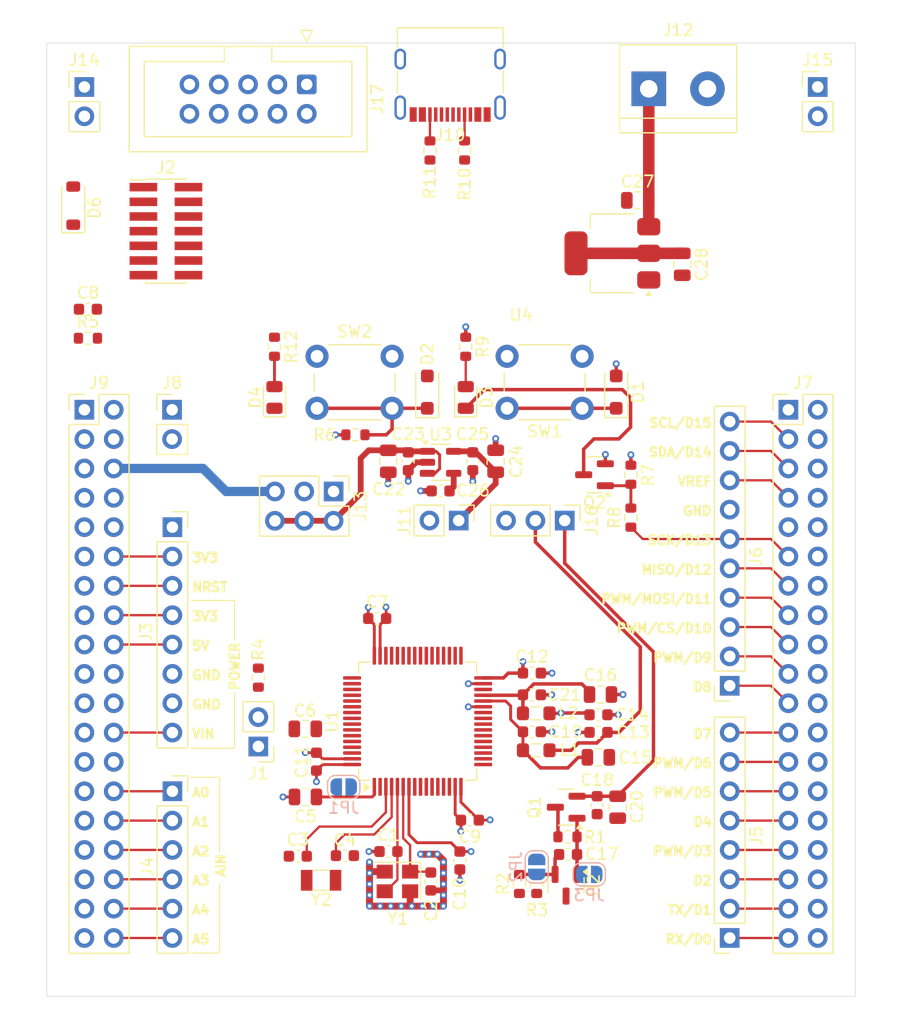
<source format=kicad_pcb>
(kicad_pcb (version 20240108) (generator "pcbnew") (generator_version "8.0")
  (layers (0 "F.Cu" signal) (1 "In1.Cu" signal) (2 "In2.Cu" signal) (31 "B.Cu" signal) (34 "B.Paste" user) (35 "F.Paste" user) (36 "B.SilkS" user "B.Silkscreen") (37 "F.SilkS" user "F.Silkscreen") (38 "B.Mask" user) (39 "F.Mask" user) (44 "Edge.Cuts" user))
  (net 0 "")
  (net 1 "/MCU/OSC_IN")
  (net 2 "GND")
  (net 3 "/MCU/OSC_OUT")
  (net 4 "/MCU/OSC32_IN")
  (net 5 "/MCU/OSC32_OUT")
  (net 6 "+3V3")
  (net 7 "/MCU/VBAT")
  (net 8 "+VDDREF")
  (net 9 "+VDDA")
  (net 10 "/MCU/BTN_USER")
  (net 11 "Net-(Q1-B)")
  (net 12 "Net-(JP3-A)")
  (net 13 "+VREF")
  (net 14 "/IO/PB8")
  (net 15 "Net-(J16-Pin_2)")
  (net 16 "+5V")
  (net 17 "Net-(J11-Pin_1)")
  (net 18 "Net-(U3-BP)")
  (net 19 "+VIN")
  (net 20 "+5V_VIN")
  (net 21 "Net-(D2-K)")
  (net 22 "Net-(D3-A)")
  (net 23 "Net-(D3-K)")
  (net 24 "Net-(D4-A)")
  (net 25 "/IO/PA3")
  (net 26 "/IO/PC10")
  (net 27 "/IO/NRST")
  (net 29 "Net-(J3-Pin_4)")
  (net 30 "Net-(J3-Pin_8)")
  (net 31 "Net-(J3-Pin_5)")
  (net 32 "Net-(J3-Pin_2)")
  (net 33 "/IO/PA0")
  (net 34 "/IO/PC0")
  (net 35 "/IO/PB0")
  (net 36 "/IO/PC1")
  (net 37 "/IO/PA4")
  (net 38 "/IO/PA1")
  (net 39 "/IO/PB4")
  (net 40 "/IO/PB5")
  (net 41 "Net-(J5-Pin_2)")
  (net 42 "/IO/PA10")
  (net 43 "/IO/PA8")
  (net 44 "/IO/PB10")
  (net 45 "/IO/PB3")
  (net 46 "Net-(J5-Pin_1)")
  (net 47 "/IO/PA7")
  (net 48 "/IO/PA9")
  (net 49 "Net-(J6-Pin_10)")
  (net 50 "/IO/PB6")
  (net 51 "/IO/PA6")
  (net 52 "/IO/PB9")
  (net 53 "/IO/PA5")
  (net 54 "/IO/PC7")
  (net 56 "/IO/PB15")
  (net 57 "/IO/PA11")
  (net 58 "/IO/PB2")
  (net 60 "/IO/PC5")
  (net 61 "/IO/PB11")
  (net 62 "/IO/PA12")
  (net 63 "/IO/PC6")
  (net 66 "/IO/PB13")
  (net 67 "/IO/PC4")
  (net 68 "/IO/PB1")
  (net 69 "/IO/PC9")
  (net 70 "/IO/PB12")
  (net 71 "/IO/PB14")
  (net 72 "/IO/PC8")
  (net 80 "/IO/BOOT")
  (net 81 "/IO/PA2")
  (net 82 "/IO/PA14")
  (net 83 "/IO/PC11")
  (net 85 "/IO/PA15")
  (net 87 "/IO/PC13")
  (net 89 "/IO/PA13")
  (net 90 "/IO/PC12")
  (net 91 "/IO/PC2")
  (net 92 "/IO/PB7")
  (net 93 "/IO/PF0")
  (net 95 "/IO/PC3")
  (net 96 "/IO/PC14")
  (net 97 "/IO/PF1")
  (net 99 "/IO/PD2")
  (net 100 "/IO/PC15")
  (net 102 "+5V_USB_IN")
  (net 107 "Net-(J10-CC1)")
  (net 108 "Net-(J10-CC2)")
  (net 111 "+5V_EXT")
  (net 112 "Net-(JP2-B)")
  (net 113 "Net-(Q2-B)")
  (net 115 "Net-(D6-A)")
  (net 116 "/MCU/SWCLK")
  (net 117 "/MCU/SWDIO")
  (footprint "Button_Switch_THT:SW_PUSH_6mm_H5mm" (layer "F.Cu") (at 148.5126 90.261 180)
    (property "Reference" "SW1")
    (property "Value" "SW_Push")
  )
  (footprint "MountingHole:MountingHole_3.2mm_M3" (layer "F.Cu") (at 146.8374 138.5316)
    (property "Reference" "H1" (hide yes))
    (property "Value" "MountingHole")
  )
  (footprint "Capacitor_SMD:C_0603_1608Metric" (layer "F.Cu") (at 139.0396 94.849 -90)
    (property "Reference" "C25")
    (property "Value" "100n")
  )
  (footprint "Capacitor_SMD:C_0603_1608Metric" (layer "F.Cu") (at 138.7894 125.9078 180)
    (property "Reference" "C9")
    (property "Value" "100n")
  )
  (footprint "Capacitor_SMD:C_0603_1608Metric" (layer "F.Cu") (at 133.4516 94.849 -90)
    (property "Reference" "C23")
    (property "Value" "100n")
  )
  (footprint "Package_TO_SOT_SMD:SOT-23-5" (layer "F.Cu") (at 136.2511 94.9365)
    (property "Reference" "U3")
    (property "Value" "SPX3819M5-L-3-3")
  )
  (footprint "Resistor_SMD:R_0603_1608Metric" (layer "F.Cu") (at 138.3318 67.945 -90)
    (property "Reference" "R10")
    (property "Value" "5K1")
  )
  (footprint "Resistor_SMD:R_0603_1608Metric" (layer "F.Cu") (at 144.5768 131.4318 -90)
    (property "Reference" "R3")
    (property "Value" "33K 0.5%")
  )
  (footprint "Capacitor_SMD:C_0805_2012Metric" (layer "F.Cu") (at 124.5362 118.0084 180)
    (property "Reference" "C6")
    (property "Value" "4.7u")
  )
  (footprint "Resistor_SMD:R_0603_1608Metric" (layer "F.Cu") (at 138.43 84.936 90)
    (property "Reference" "R9")
    (property "Value" "510")
  )
  (footprint "Connector_PinHeader_2.54mm:PinHeader_2x19_P2.54mm_Vertical" (layer "F.Cu") (at 105.4088 90.3886)
    (property "Reference" "J9")
    (property "Value" "Conn_02x19_Odd_Even")
  )
  (footprint "Capacitor_SMD:C_0603_1608Metric" (layer "F.Cu") (at 123.8888 129.032)
    (property "Reference" "C3")
    (property "Value" "22p")
  )
  (footprint "Resistor_SMD:R_0603_1608Metric" (layer "F.Cu") (at 128.8796 92.5576 180)
    (property "Reference" "R6")
    (property "Value" "100K")
  )
  (footprint "Package_TO_SOT_SMD:SOT-23" (layer "F.Cu") (at 149.5806 96.012 180)
    (property "Reference" "Q2")
    (property "Value" "MMBT2222A")
  )
  (footprint "Capacitor_SMD:C_0805_2012Metric" (layer "F.Cu") (at 149.9108 120.4722)
    (property "Reference" "C15")
    (property "Value" "1u")
  )
  (footprint "Capacitor_SMD:C_0805_2012Metric" (layer "F.Cu") (at 124.5514 123.9012 180)
    (property "Reference" "C5")
    (property "Value" "1u")
  )
  (footprint "Capacitor_SMD:C_0603_1608Metric" (layer "F.Cu") (at 149.8092 124.6152 90)
    (property "Reference" "C18")
    (property "Value" "100n")
  )
  (footprint "MountingHole:MountingHole_3.2mm_M3" (layer "F.Cu") (at 161.3138 85.1408)
    (property "Reference" "H3" (hide yes))
    (property "Value" "MountingHole")
  )
  (footprint "Connector_PinHeader_2.54mm:PinHeader_2x19_P2.54mm_Vertical" (layer "F.Cu") (at 166.3688 90.3886)
    (property "Reference" "J7")
    (property "Value" "Conn_02x19_Odd_Even")
  )
  (footprint "Capacitor_SMD:C_0603_1608Metric" (layer "F.Cu") (at 127.9652 128.9812 180)
    (property "Reference" "C4")
    (property "Value" "22p")
  )
  (footprint "Crystal:Crystal_SMD_3225-4Pin_3.2x2.5mm" (layer "F.Cu") (at 132.5144 131.2164 180)
    (property "Reference" "Y1")
    (property "Value" "24MHz")
  )
  (footprint "Resistor_SMD:R_0603_1608Metric" (layer "F.Cu") (at 135.3318 67.945 -90)
    (property "Reference" "R11")
    (property "Value" "5K1")
  )
  (footprint "Connector_PinHeader_2.54mm:PinHeader_1x02_P2.54mm_Vertical" (layer "F.Cu") (at 105.4088 62.4486)
    (property "Reference" "J14")
    (property "Value" "Conn_01x02")
  )
  (footprint "Capacitor_SMD:C_0603_1608Metric" (layer "F.Cu") (at 135.4074 131.2164 90)
    (property "Reference" "C2")
    (property "Value" "22p")
  )
  (footprint "Inductor_SMD:L_0805_2012Metric_Pad1.05x1.20mm_HandSolder" (layer "F.Cu") (at 144.533 116.6622 180)
    (property "Reference" "L2")
    (property "Value" "600R@100MHz")
  )
  (footprint "Capacitor_SMD:C_0603_1608Metric" (layer "F.Cu") (at 125.5014 120.848 90)
    (property "Reference" "C11")
    (property "Value" "100n")
  )
  (footprint "Capacitor_SMD:C_0603_1608Metric" (layer "F.Cu") (at 136.2511 97.4144 180)
    (property "Reference" "C26")
    (property "Value" "10n")
  )
  (footprint "Capacitor_SMD:C_0603_1608Metric" (layer "F.Cu") (at 144.158 113.1824)
    (property "Reference" "C12")
    (property "Value" "100n")
  )
  (footprint "Capacitor_SMD:C_0603_1608Metric" (layer "F.Cu") (at 149.9238 118.3132 180)
    (property "Reference" "C13")
    (property "Value" "100n")
  )
  (footprint "Capacitor_SMD:C_0805_2012Metric" (layer "F.Cu") (at 151.5872 124.7902 -90)
    (property "Reference" "C20")
    (property "Value" "10u")
  )
  (footprint "Resistor_SMD:R_0603_1608Metric" (layer "F.Cu") (at 152.7302 99.7236 90)
    (property "Reference" "R8")
    (property "Value" "47K")
  )
  (footprint "Resistor_SMD:R_0603_1608Metric" (layer "F.Cu") (at 143.0782 131.4318 90)
    (property "Reference" "R2")
    (property "Value" "10K 0.5%")
  )
  (footprint "Resistor_SMD:R_0603_1608Metric" (layer "F.Cu") (at 105.7148 84.1964)
    (property "Reference" "R5")
    (property "Value" "330")
  )
  (footprint "Diode_SMD:D_SOD-123F" (layer "F.Cu") (at 135.1026 88.861 90)
    (property "Reference" "D2")
    (property "Value" "ESDALC6V1")
  )
  (footprint "Capacitor_SMD:C_0603_1608Metric" (layer "F.Cu") (at 149.9238 116.7892)
    (property "Reference" "C14")
    (property "Value" "100n")
  )
  (footprint "Capacitor_SMD:C_0805_2012Metric" (layer "F.Cu") (at 157.1752 77.799 -90)
    (property "Reference" "C28")
    (property "Value" "22u")
  )
  (footprint "TerminalBlock:TerminalBlock_bornier-2_P5.08mm" (layer "F.Cu") (at 154.2796 62.611)
    (property "Reference" "J12")
    (property "Value" "EXT_PWR")
  )
  (footprint "Diode_SMD:D_SOD-123" (layer "F.Cu") (at 104.4448 72.7202 90)
    (property "Reference" "D6")
    (property "Value" "MBR0520")
  )
  (footprint "Resistor_SMD:R_0603_1608Metric" (layer "F.Cu") (at 147.2417 127.3556)
    (property "Reference" "R1")
    (property "Value" "180")
  )
  (footprint "Capacitor_SMD:C_0603_1608Metric" (layer "F.Cu") (at 147.2917 128.8796 180)
    (property "Reference" "C17")
    (property "Value" "100p")
  )
  (footprint "Connector_PinHeader_2.54mm:PinHeader_1x02_P2.54mm_Vertical" (layer "F.Cu") (at 120.4722 119.5324 180)
    (property "Reference" "J1")
    (property "Value" "Conn_01x02")
  )
  (footprint "Capacitor_SMD:C_0603_1608Metric" (layer "F.Cu") (at 144.158 115.062)
    (property "Reference" "C21")
    (property "Value" "100n")
  )
  (footprint "Package_QFP:LQFP-64_10x10mm_P0.5mm" (layer "F.Cu") (at 134.2644 117.348 90)
    (property "Reference" "U1")
    (property "Value" "STM32G474RETx")
  )
  (footprint "Capacitor_SMD:C_0805_2012Metric" (layer "F.Cu") (at 153.3296 72.2637 180)
    (property "Reference" "C27")
    (property "Value" "10u")
  )
  (footprint "Connector_PinSocket_2.54mm:PinSocket_1x08_P2.54mm_Vertical" (layer "F.Cu") (at 161.2888 136.1086 180)
    (property "Reference" "J5")
    (property "Value" "Conn_01x08")
  )
  (footprint "MountingHole:MountingHole_3.2mm_M3" (layer "F.Cu") (at 123.1646 138.2776)
    (property "Reference" "H2" (hide yes))
    (property "Value" "MountingHole")
  )
  (footprint "Capacitor_SMD:C_0603_1608Metric" (layer "F.Cu") (at 131.7394 128.6256)
    (property "Reference" "C1")
    (property "Value" "22p")
  )
  (footprint "Capacitor_SMD:C_0805_2012Metric" (layer "F.Cu") (at 150.0988 115.0366)
    (property "Reference" "C16")
    (property "Value" "1u")
  )
  (footprint "Connector_PinHeader_2.54mm:PinHeader_1x02_P2.54mm_Vertical" (layer "F.Cu") (at 113.0038 90.3886)
    (property "Reference" "J8")
    (property "Value" "Conn_01x02")
  )
  (footprint "Connector_PinHeader_2.54mm:PinHeader_1x03_P2.54mm_Vertical" (layer "F.Cu") (at 147.0002 99.9744 -90)
    (property "Reference" "J16")
    (property "Value" "Conn_01x03")
  )
  (footprint "Package_TO_SOT_SMD:SOT-23" (layer "F.Cu") (at 147.1292 124.7902 180)
    (property "Reference" "Q1")
    (property "Value" "MMBT2222A")
  )
  (footprint "Connector_PinHeader_2.54mm:PinHeader_1x02_P2.54mm_Vertical" (layer "F.Cu") (at 137.8254 99.9744 -90)
    (property "Reference" "J11")
    (property "Value" "Conn_01x02")
  )
  (footprint "Capacitor_SMD:C_0603_1608Metric" (layer "F.Cu") (at 105.7148 81.6864)
    (property "Reference" "C8")
    (property "Value" "100n")
  )
  (footprint "Package_TO_SOT_SMD:SOT-223-3_TabPin2" (layer "F.Cu") (at 151.1296 76.849 180)
    (property "Reference" "U4")
    (property "Value" "AMS1117-5.0")
  )
  (footprint "Capacitor_SMD:C_0805_2012Metric" (layer "F.Cu") (at 141.0208 94.8436 90)
    (property "Reference" "C24")
    (property "Value" "2u2")
  )
  (footprint "Capacitor_SMD:C_0603_1608Metric" (layer "F.Cu") (at 130.7644 108.458)
    (property "Reference" "C7")
    (property "Value" "100n")
  )
  (footprint "Resistor_SMD:R_0603_1608Metric" (layer "F.Cu") (at 121.8692 84.936 -90)
    (property "Reference" "R12")
    (property "Value" "510K")
  )
  (footprint "Resistor_SMD:R_0603_1608Metric" (layer "F.Cu") (at 152.7302 96.012 90)
    (property "Reference" "R7")
    (property "Value" "100K")
  )
  (footprint "Connector_PinHeader_2.54mm:PinHeader_1x02_P2.54mm_Vertical" (layer "F.Cu") (at 168.9088 62.4486)
    (property "Reference" "J15")
    (property "Value" "Conn_01x02")
  )
  (footprint "Connector_PinSocket_2.54mm:PinSocket_1x06_P2.54mm_Vertical" (layer "F.Cu") (at 113.0288 123.4086)
    (property "Reference" "J4")
    (property "Value" "Conn_01x06")
  )
  (footprint "Capacitor_SMD:C_0603_1608Metric" (layer "F.Cu") (at 144.158 118.2624)
    (property "Reference" "C19")
    (property "Value" "100n")
  )
  (footprint "MountingHole:MountingHole_3.2mm_M3" (layer "F.Cu") (at 113.0038 84.8614)
    (property "Reference" "H4" (hide yes))
    (property "Value" "MountingHole")
  )
  (footprint "Connector_PinSocket_2.54mm:PinSocket_1x08_P2.54mm_Vertical" (layer "F.Cu") (at 113.0288 100.5486)
    (property "Reference" "J3")
    (property "Value" "Conn_01x08")
  )
  (footprint "Connector_USB:USB_C_Receptacle_G-Switch_GT-USB-7010ASV" (layer "F.Cu") (at 137.0818 61.1116 180)
    (property "Reference" "J10")
    (property "Value" "USB_C_Receptacle_USB2.0_16P")
  )
  (footprint "LED_SMD:LED_0805_2012Metric" (layer "F.Cu") (at 138.43 89.3235 90)
    (property "Reference" "D3")
    (property "Value" "RED")
  )
  (footprint "Crystal:Crystal_SMD_3215-2Pin_3.2x1.5mm" (layer "F.Cu") (at 125.9078 131.1148)
    (property "Reference" "Y2")
    (property "Value" "32.768KHz")
  )
  (footprint "LED_SMD:LED_0805_2012Metric" (layer "F.Cu") (at 121.8692 89.3235 90)
    (property "Reference" "D4")
    (property "Value" "GREEN")
  )
  (footprint "Connector_PinSocket_2.54mm:PinSocket_1x10_P2.54mm_Vertical" (layer "F.Cu") (at 161.2888 114.2746 180)
    (property "Reference" "J6")
    (property "Value" "Conn_01x10")
  )
  (footprint "Button_Switch_THT:SW_PUSH_6mm_H5mm" (layer "F.Cu") (at 132.0534 90.261 180)
    (property "Reference" "SW2")
    (property "Value" "SW_Push")
  )
  (footprint "Resistor_SMD:R_0603_1608Metric" (layer "F.Cu") (at 120.4722 113.5766 90)
    (property "Reference" "R4")
    (property "Value" "10K")
  )
  (footprint "Capacitor_SMD:C_0805_2012Metric" (layer "F.Cu") (at 131.7244 94.849 -90)
    (property "Reference" "C22")
    (property "Value" "1u")
  )
  (footprint "Package_TO_SOT_SMD:SOT-23" (layer "F.Cu") (at 147.1167 131.5443 -90)
    (property "Reference" "U2")
    (property "Value" "TL431DBZ")
  )
  (footprint "Connector_PinHeader_1.27mm:PinHeader_2x07_P1.27mm_Vertical_SMD" (layer "F.Cu") (at 112.4712 74.93)
    (property "Reference" "J2")
    (property "Value" "ST-LINK")
  )
  (footprint "Inductor_SMD:L_0805_2012Metric_Pad1.05x1.20mm_HandSolder" (layer "F.Cu") (at 144.533 119.8626 180)
    (property "Reference" "L1")
    (property "Value" "600R@100MHz")
  )
  (footprint "Capacitor_SMD:C_0603_1608Metric" (layer "F.Cu") (at 137.922 129.4006 -90)
    (property "Reference" "C10")
    (property "Value" "100n")
  )
  (footprint "Connector_PinHeader_2.54mm:PinHeader_2x03_P2.54mm_Vertical" (layer "F.Cu") (at 126.985 97.4598 -90)
    (property "Reference" "J13")
    (property "Value" "Conn_02x03_Odd_Even")
  )
  (footprint "Diode_SMD:D_SOD-123F" (layer "F.Cu") (at 151.4602 88.861 90)
    (property "Reference" "D1")
    (property "Value" "ESDALC6V1")
  )
  (footprint "Connector_IDC:IDC-Header_2x05_P2.54mm_Vertical" (layer "F.Cu") (at 124.6632 62.23 -90)
    (property "Reference" "J17")
    (property "Value" "Conn_02x05_Odd_Even")
  )
  (footprint "Jumper:SolderJumper-2_P1.3mm_Open_RoundedPad1.0x1.5mm" (layer "B.Cu") (at 149.1234 130.6068)
    (property "Reference" "JP3")
    (property "Value" "JMP")
  )
  (footprint "Jumper:SolderJumper-2_P1.3mm_Open_RoundedPad1.0x1.5mm" (layer "B.Cu") (at 144.5768 129.9568 -90)
    (property "Reference" "JP2")
    (property "Value" "JMP")
  )
  (footprint "Jumper:SolderJumper-2_P1.3mm_Open_RoundedPad1.0x1.5mm" (layer "B.Cu") (at 127.8636 123.0376)
    (property "Reference" "JP1")
    (property "Value" "JMP")
  )
  (gr_line (start 114.6048 122.1994) (end 117.1194 122.1994) (stroke (width 0.1)) (layer "F.SilkS"))
  (gr_line (start 117.1194 122.1994) (end 117.1194 128.651) (stroke (width 0.1)) (layer "F.SilkS"))
  (gr_line (start 118.4148 106.8986) (end 118.4148 110.3122) (stroke (width 0.1)) (layer "F.SilkS"))
  (gr_line (start 118.4148 119.6848) (end 118.4148 114.8588) (stroke (width 0.1)) (layer "F.SilkS"))
  (gr_line (start 117.1194 137.414) (end 117.1194 131.3942) (stroke (width 0.1)) (layer "F.SilkS"))
  (gr_line (start 114.6048 137.414) (end 117.1194 137.414) (stroke (width 0.1)) (layer "F.SilkS"))
  (gr_line (start 114.681 106.8986) (end 118.4148 106.8986) (stroke (width 0.1)) (layer "F.SilkS"))
  (gr_line (start 114.681 119.6848) (end 118.4148 119.6848) (stroke (width 0.1)) (layer "F.SilkS"))
  (gr_line (start 172.1588 58.6486) (end 172.1588 141.1486) (stroke (width 0.05)) (layer "Edge.Cuts"))
  (gr_line (start 102.1588 58.6486) (end 102.1588 141.1486) (stroke (width 0.05)) (layer "Edge.Cuts"))
  (gr_line (start 102.1588 58.6486) (end 172.1588 58.6486) (stroke (width 0.05)) (layer "Edge.Cuts"))
  (gr_line (start 102.1588 141.1486) (end 172.1588 141.1486) (stroke (width 0.05)) (layer "Edge.Cuts"))
  (gr_text "POWER" (at 118.8974 114.7572 90) (layer "F.SilkS") (effects (font (size 0.8 0.8) (thickness 0.2) (bold yes)) (justify left bottom)))
  (gr_text "PWM/D5" (at 154.546257 123.9896 0) (layer "F.SilkS") (effects (font (size 0.8 0.8) (thickness 0.2) (bold yes)) (justify left bottom)))
  (gr_text "D2" (at 158.012924 131.6096 0) (layer "F.SilkS") (effects (font (size 0.8 0.8) (thickness 0.2) (bold yes)) (justify left bottom)))
  (gr_text "MISO/D12" (at 153.517686 104.6956 0) (layer "F.SilkS") (effects (font (size 0.8 0.8) (thickness 0.2) (bold yes)) (justify left bottom)))
  (gr_text "AIN" (at 117.7036 130.9116 90) (layer "F.SilkS") (effects (font (size 0.8 0.8) (thickness 0.2) (bold yes)) (justify left bottom)))
  (gr_text "A3" (at 114.6302 131.6096 0) (layer "F.SilkS") (effects (font (size 0.8 0.8) (thickness 0.2) (bold yes)) (justify left bottom)))
  (gr_text "VIN" (at 114.6302 118.9096 0) (layer "F.SilkS") (effects (font (size 0.8 0.8) (thickness 0.2) (bold yes)) (justify left bottom)))
  (gr_text "PWM/D3" (at 154.546257 129.0696 0) (layer "F.SilkS") (effects (font (size 0.8 0.8) (thickness 0.2) (bold yes)) (justify left bottom)))
  (gr_text "A0" (at 114.6302 123.9896 0) (layer "F.SilkS") (effects (font (size 0.8 0.8) (thickness 0.2) (bold yes)) (justify left bottom)))
  (gr_text "D4" (at 158.012924 126.5296 0) (layer "F.SilkS") (effects (font (size 0.8 0.8) (thickness 0.2) (bold yes)) (justify left bottom)))
  (gr_text "GND" (at 114.6302 113.8296 0) (layer "F.SilkS") (effects (font (size 0.8 0.8) (thickness 0.2) (bold yes)) (justify left bottom)))
  (gr_text "A5" (at 114.6302 136.6896 0) (layer "F.SilkS") (effects (font (size 0.8 0.8) (thickness 0.2) (bold yes)) (justify left bottom)))
  (gr_text "A2" (at 114.6302 129.0696 0) (layer "F.SilkS") (effects (font (size 0.8 0.8) (thickness 0.2) (bold yes)) (justify left bottom)))
  (gr_text "SDA/D14" (at 154.165305 94.5356 0) (layer "F.SilkS") (effects (font (size 0.8 0.8) (thickness 0.2) (bold yes)) (justify left bottom)))
  (gr_text "3V3" (at 114.6302 103.6696 0) (layer "F.SilkS") (effects (font (size 0.8 0.8) (thickness 0.2) (bold yes)) (justify left bottom)))
  (gr_text "SCL/D15" (at 154.2034 91.9956 0) (layer "F.SilkS") (effects (font (size 0.8 0.8) (thickness 0.2) (bold yes)) (justify left bottom)))
  (gr_text "TX/D1" (at 155.8034 134.1496 0) (layer "F.SilkS") (effects (font (size 0.8 0.8) (thickness 0.2) (bold yes)) (justify left bottom)))
  (gr_text "D7" (at 158.012924 118.9096 0) (layer "F.SilkS") (effects (font (size 0.8 0.8) (thickness 0.2) (bold yes)) (justify left bottom)))
  (gr_text "VREF" (at 156.679591 97.0756 0) (layer "F.SilkS") (effects (font (size 0.8 0.8) (thickness 0.2) (bold yes)) (justify left bottom)))
  (gr_text "GND" (at 114.6302 116.3696 0) (layer "F.SilkS") (effects (font (size 0.8 0.8) (thickness 0.2) (bold yes)) (justify left bottom)))
  (gr_text "3V3" (at 114.6302 108.7496 0) (layer "F.SilkS") (effects (font (size 0.8 0.8) (thickness 0.2) (bold yes)) (justify left bottom)))
  (gr_text "5V" (at 114.6302 111.2896 0) (layer "F.SilkS") (effects (font (size 0.8 0.8) (thickness 0.2) (bold yes)) (justify left bottom)))
  (gr_text "NRST" (at 114.6302 106.2096 0) (layer "F.SilkS") (effects (font (size 0.8 0.8) (thickness 0.2) (bold yes)) (justify left bottom)))
  (gr_text "D8" (at 158.012924 114.8556 0) (layer "F.SilkS") (effects (font (size 0.8 0.8) (thickness 0.2) (bold yes)) (justify left bottom)))
  (gr_text "A1" (at 114.6302 126.5296 0) (layer "F.SilkS") (effects (font (size 0.8 0.8) (thickness 0.2) (bold yes)) (justify left bottom)))
  (gr_text "A4" (at 114.6302 134.1496 0) (layer "F.SilkS") (effects (font (size 0.8 0.8) (thickness 0.2) (bold yes)) (justify left bottom)))
  (gr_text "PWM/MOSI/D11" (at 150.051019 107.2356 0) (layer "F.SilkS") (effects (font (size 0.8 0.8) (thickness 0.2) (bold yes)) (justify left bottom)))
  (gr_text "PWM/D9" (at 154.546257 112.3156 0) (layer "F.SilkS") (effects (font (size 0.8 0.8) (thickness 0.2) (bold yes)) (justify left bottom)))
  (gr_text "GND" (at 157.136734 99.6156 0) (layer "F.SilkS") (effects (font (size 0.8 0.8) (thickness 0.2) (bold yes)) (justify left bottom)))
  (gr_text "PWM/CS/D10" (at 151.384352 109.7756 0) (layer "F.SilkS") (effects (font (size 0.8 0.8) (thickness 0.2) (bold yes)) (justify left bottom)))
  (gr_text "SCK/D13" (at 154.051019 102.1556 0) (layer "F.SilkS") (effects (font (size 0.8 0.8) (thickness 0.2) (bold yes)) (justify left bottom)))
  (gr_text "RX/D0" (at 155.612924 136.6896 0) (layer "F.SilkS") (effects (font (size 0.8 0.8) (thickness 0.2) (bold yes)) (justify left bottom)))
  (gr_text "PWM/D6" (at 154.546257 121.4496 0) (layer "F.SilkS") (effects (font (size 0.8 0.8) (thickness 0.2) (bold yes)) (justify left bottom)))
  (segment (start 131.5144 132.0664) (end 132.5144 131.0664) (width 0.2) (layer "F.Cu") (net 1))
  (segment (start 131.4144 132.0664) (end 131.5144 132.0664) (width 0.2) (layer "F.Cu") (net 1))
  (segment (start 132.5144 128.6256) (end 132.5144 123.023) (width 0.2) (layer "F.Cu") (net 1))
  (segment (start 132.5144 131.0664) (end 132.5144 128.6256) (width 0.2) (layer "F.Cu") (net 1))
  (segment (start 137.922 130.1756) (end 137.922 131.1148) (width 0.3) (layer "F.Cu") (net 2))
  (segment (start 128.5894 120.598) (end 126.0264 120.598) (width 0.25) (layer "F.Cu") (net 2))
  (segment (start 144.933 113.1824) (end 145.8976 113.1824) (width 0.3) (layer "F.Cu") (net 2))
  (segment (start 137.5144 123.023) (end 137.5144 125.4078) (width 0.25) (layer "F.Cu") (net 2))
  (segment (start 126.0264 120.598) (end 125.5014 120.073) (width 0.25) (layer "F.Cu") (net 2))
  (segment (start 135.4074 131.9914) (end 136.4358 131.9914) (width 0.5) (layer "F.Cu") (net 2))
  (segment (start 141.0208 93.8936) (end 141.0208 92.8878) (width 0.5) (layer "F.Cu") (net 2))
  (segment (start 139.9394 114.098) (end 138.6598 114.098) (width 0.25) (layer "F.Cu") (net 2))
  (segment (start 125.5014 120.073) (end 124.5434 120.073) (width 0.25) (layer "F.Cu") (net 2))
  (segment (start 144.933 115.062) (end 145.8722 115.062) (width 0.3) (layer "F.Cu") (net 2))
  (segment (start 138.0144 126.8568) (end 137.9982 126.873) (width 0.25) (layer "F.Cu") (net 2))
  (segment (start 150.5181 95.062) (end 150.5181 94.2617) (width 0.3) (layer "F.Cu") (net 2))
  (segment (start 150.6988 116.7892) (end 151.638 116.7892) (width 0.3) (layer "F.Cu") (net 2))
  (segment (start 138.6598 114.098) (end 138.6586 114.0968) (width 0.25) (layer "F.Cu") (net 2))
  (segment (start 152.7302 95.187) (end 152.7302 94.2848) (width 0.3) (layer "F.Cu") (net 2))
  (segment (start 131.7244 96.774) (end 131.699 96.7994) (width 0.5) (layer "F.Cu") (net 2))
  (segment (start 136.4996 129.3876) (end 135.9662 128.8542) (width 0.6) (layer "F.Cu") (net 2))
  (segment (start 138.0144 125.9078) (end 138.0144 126.8568) (width 0.25) (layer "F.Cu") (net 2))
  (segment (start 131.4144 130.3664) (end 130.2249 130.3664) (width 0.6) (layer "F.Cu") (net 2))
  (segment (start 139.9394 116.098) (end 138.664 116.098) (width 0.25) (layer "F.Cu") (net 2))
  (segment (start 151.4602 87.461) (end 151.4602 86.4108) (width 0.3) (layer "F.Cu") (net 2))
  (segment (start 136.4996 133.35) (end 136.4996 129.54) (width 0.6) (layer "F.Cu") (net 2))
  (segment (start 135.1136 94.9365) (end 134.1391 94.9365) (width 0.5) (layer "F.Cu") (net 2))
  (segment (start 144.933 118.2624) (end 145.8976 118.2624) (width 0.3) (layer "F.Cu") (net 2))
  (segment (start 136.4358 131.9914) (end 136.4996 131.9276) (width 0.5) (layer "F.Cu") (net 2))
  (segment (start 136.4996 131.9276) (end 136.4996 132.3975) (width 0.5) (layer "F.Cu") (net 2))
  (segment (start 130.0988 133.35) (end 136.4996 133.35) (width 0.6) (layer "F.Cu") (net 2))
  (segment (start 135.9662 128.8542) (end 134.5184 128.8542) (width 0.6) (layer "F.Cu") (net 2))
  (segment (start 133.6144 133.208) (end 133.7564 133.35) (width 0.6) (layer "F.Cu") (net 2))
  (segment (start 138.664 116.098) (end 138.6586 116.1034) (width 0.25) (layer "F.Cu") (net 2))
  (segment (start 136.4996 129.54) (end 136.4996 129.3876) (width 0.6) (layer "F.Cu") (net 2))
  (segment (start 124.5434 120.073) (end 124.5362 120.0658) (width 0.25) (layer "F.Cu") (net 2))
  (segment (start 133.4516 95.624) (end 133.4516 96.5708) (width 0.5) (layer "F.Cu") (net 2))
  (segment (start 135.4761 97.4144) (end 134.5238 97.4144) (width 0.5) (layer "F.Cu") (net 2))
  (segment (start 123.6014 123.9012) (end 122.6058 123.9012) (width 0.25) (layer "F.Cu") (net 2))
  (segment (start 139.0396 95.624) (end 139.0396 96.5962) (width 0.5) (layer "F.Cu") (net 2))
  (segment (start 130.0988 129.54) (end 130.0988 133.35) (width 0.6) (layer "F.Cu") (net 2))
  (segment (start 131.0144 111.673) (end 131.0144 108.983) (width 0.25) (layer "F.Cu") (net 2))
  (segment (start 131.0144 108.983) (end 131.5394 108.458) (width 0.25) (layer "F.Cu") (net 2))
  (segment (start 131.5394 108.458) (end 131.5394 107.4856) (width 0.25) (layer "F.Cu") (net 2))
  (segment (start 151.0488 115.0366) (end 152.0444 115.0366) (width 0.3) (layer "F.Cu") (net 2))
  (segment (start 134.5238 97.4144) (end 134.5184 97.409) (width 0.5) (layer "F.Cu") (net 2))
  (segment (start 131.7244 95.799) (end 131.7244 96.774) (width 0.5) (layer "F.Cu") (net 2))
  (segment (start 149.1488 118.3132) (end 148.1836 118.3132) (width 0.3) (layer "F.Cu") (net 2))
  (segment (start 131.5394 107.4856) (end 131.5212 107.4674) (width 0.25) (layer "F.Cu") (net 2))
  (segment (start 133.6144 132.0664) (end 133.6144 133.208) (width 0.6) (layer "F.Cu") (net 2))
  (segment (start 137.5144 125.4078) (end 138.0144 125.9078) (width 0.25) (layer "F.Cu") (net 2))
  (segment (start 134.1391 94.9365) (end 133.4516 95.624) (width 0.5) (layer "F.Cu") (net 2))
  (segment (start 150.5181 94.2617) (end 150.5204 94.2594) (width 0.3) (layer "F.Cu") (net 2))
  (segment (start 128.0546 92.5576) (end 127.1524 92.5576) (width 0.3) (layer "F.Cu") (net 2))
  (segment (start 130.9644 128.6256) (end 130.048 128.6256) (width 0.3) (layer "F.Cu") (net 2))
  (segment (start 130.2249 130.3664) (end 130.0988 130.4925) (width 0.6) (layer "F.Cu") (net 2))
  (via (at 130.0988 129.54) (size 0.6) (drill 0.3) (layers "F.Cu" "B.Cu") (net 2))
  (via (at 130.0988 130.4925) (size 0.6) (drill 0.3) (layers "F.Cu" "B.Cu") (net 2))
  (via (at 131.5212 107.4674) (size 0.6) (drill 0.3) (layers "F.Cu" "B.Cu") (net 2))
  (via (at 135.9662 128.8542) (size 0.6) (drill 0.3) (layers "F.Cu" "B.Cu") (net 2))
  (via (at 130.0988 131.445) (size 0.6) (drill 0.3) (layers "F.Cu" "B.Cu") (net 2))
  (via (at 151.638 116.7892) (size 0.6) (drill 0.3) (layers "F.Cu" "B.Cu") (net 2))
  (via (at 151.4602 86.4108) (size 0.6) (drill 0.3) (layers "F.Cu" "B.Cu") (net 2))
  (via (at 137.922 131.1148) (size 0.6) (drill 0.3) (layers "F.Cu" "B.Cu") (net 2))
  (via (at 138.6586 114.0968) (size 0.6) (drill 0.3) (layers "F.Cu" "B.Cu") (net 2))
  (via (at 152.7302 94.2848) (size 0.6) (drill 0.3) (layers "F.Cu" "B.Cu") (net 2))
  (via (at 150.5204 94.2594) (size 0.6) (drill 0.3) (layers "F.Cu" "B.Cu") (net 2))
  (via (at 152.0444 115.0366) (size 0.6) (drill 0.3) (layers "F.Cu" "B.Cu") (net 2))
  (via (at 132.842 133.35) (size 0.6) (drill 0.3) (layers "F.Cu" "B.Cu") (net 2))
  (via (at 136.4996 133.35) (size 0.6) (drill 0.3) (layers "F.Cu" "B.Cu") (net 2))
  (via (at 130.048 128.6256) (size 0.6) (drill 0.3) (layers "F.Cu" "B.Cu") (net 2))
  (via (at 134.5184 128.8542) (size 0.6) (drill 0.3) (layers "F.Cu" "B.Cu") (net 2))
  (via (at 136.4996 131.445) (size 0.6) (drill 0.3) (layers "F.Cu" "B.Cu") (net 2))
  (via (at 135.5852 133.35) (size 0.6) (drill 0.3) (layers "F.Cu" "B.Cu") (net 2))
  (via (at 145.8976 113.1824) (size 0.6) (drill 0.3) (layers "F.Cu" "B.Cu") (net 2))
  (via (at 145.8722 115.062) (size 0.6) (drill 0.3) (layers "F.Cu" "B.Cu") (net 2))
  (via (at 139.0396 96.5962) (size 0.6) (drill 0.3) (layers "F.Cu" "B.Cu") (net 2))
  (via (at 145.8976 118.2624) (size 0.6) (drill 0.3) (layers "F.Cu" "B.Cu") (net 2))
  (via (at 148.1836 118.3132) (size 0.6) (drill 0.3) (layers "F.Cu" "B.Cu") (net 2))
  (via (at 135.2423 128.8542) (size 0.6) (drill 0.3) (layers "F.Cu" "B.Cu") (net 2))
  (via (at 136.4996 132.3975) (size 0.6) (drill 0.3) (layers "F.Cu" "B.Cu") (net 2))
  (via (at 122.6058 123.9012) (size 0.6) (drill 0.3) (layers "F.Cu" "B.Cu") (net 2))
  (via (at 137.9982 126.873) (size 0.6) (drill 0.3) (layers "F.Cu" "B.Cu") (net 2))
  (via (at 133.7564 133.35) (size 0.6) (drill 0.3) (layers "F.Cu" "B.Cu") (net 2))
  (via (at 134.5184 97.409) (size 0.6) (drill 0.3) (layers "F.Cu" "B.Cu") (net 2))
  (via (at 131.9276 133.35) (size 0.6) (drill 0.3) (layers "F.Cu" "B.Cu") (net 2))
  (via (at 131.699 96.7994) (size 0.6) (drill 0.3) (layers "F.Cu" "B.Cu") (net 2))
  (via (at 136.4996 130.4925) (size 0.6) (drill 0.3) (layers "F.Cu" "B.Cu") (net 2))
  (via (at 127.1524 92.5576) (size 0.6) (drill 0.3) (layers "F.Cu" "B.Cu") (net 2))
  (via (at 134.6708 133.35) (size 0.6) (drill 0.3) (layers "F.Cu" "B.Cu") (net 2))
  (via (at 136.4996 129.54) (size 0.6) (drill 0.3) (layers "F.Cu" "B.Cu") (net 2))
  (via (at 130.0988 132.3975) (size 0.6) (drill 0.3) (layers "F.Cu" "B.Cu") (net 2))
  (via (at 124.5362 120.0658) (size 0.6) (drill 0.3) (layers "F.Cu" "B.Cu") (net 2))
  (via (at 141.0208 92.8878) (size 0.6) (drill 0.3) (layers "F.Cu" "B.Cu") (net 2))
  (via (at 130.0988 133.35) (size 0.6) (drill 0.3) (layers "F.Cu" "B.Cu") (net 2))
  (via (at 133.4516 96.5708) (size 0.6) (drill 0.3) (layers "F.Cu" "B.Cu") (net 2))
  (via (at 131.0132 133.35) (size 0.6) (drill 0.3) (layers "F.Cu" "B.Cu") (net 2))
  (via (at 138.6586 116.1034) (size 0.6) (drill 0.3) (layers "F.Cu" "B.Cu") (net 2))
  (segment (start 133.0144 123.023) (end 133.0144 127.4772) (width 0.2) (layer "F.Cu") (net 3))
  (segment (start 133.6144 130.3664) (end 135.3324 130.3664) (width 0.2) (layer "F.Cu") (net 3))
  (segment (start 133.0144 127.4772) (end 133.6144 128.0772) (width 0.2) (layer "F.Cu") (net 3))
  (segment (start 133.6144 128.0772) (end 133.6144 130.3664) (width 0.2) (layer "F.Cu") (net 3))
  (segment (start 135.3324 130.3664) (end 135.4074 130.4414) (width 0.2) (layer "F.Cu") (net 3))
  (segment (start 131.5144 125.2288) (end 130.2766 126.4666) (width 0.2) (layer "F.Cu") (net 4))
  (segment (start 131.5144 123.023) (end 131.5144 125.2288) (width 0.2) (layer "F.Cu") (net 4))
  (segment (start 125.7554 126.4666) (end 124.6638 127.5582) (width 0.2) (layer "F.Cu") (net 4))
  (segment (start 130.2766 126.4666) (end 125.7554 126.4666) (width 0.2) (layer "F.Cu") (net 4))
  (segment (start 124.6638 127.5582) (end 124.6638 129.032) (width 0.2) (layer "F.Cu") (net 4))
  (segment (start 130.5052 127.1524) (end 127.9398 127.1524) (width 0.2) (layer "F.Cu") (net 5))
  (segment (start 127.1902 127.902) (end 127.1902 128.9812) (width 0.2) (layer "F.Cu") (net 5))
  (segment (start 127.9398 127.1524) (end 127.1902 127.902) (width 0.2) (layer "F.Cu") (net 5))
  (segment (start 132.0144 125.6432) (end 130.5052 127.1524) (width 0.2) (layer "F.Cu") (net 5))
  (segment (start 132.0144 123.023) (end 132.0144 125.6432) (width 0.2) (layer "F.Cu") (net 5))
  (segment (start 148.9964 116.6368) (end 146.685 116.6368) (width 0.3) (layer "F.Cu") (net 6))
  (segment (start 146.6596 116.6622) (end 146.685 116.6368) (width 0.3) (layer "F.Cu") (net 6))
  (segment (start 139.9394 113.598) (end 141.6974 113.598) (width 0.3) (layer "F.Cu") (net 6))
  (segment (start 139.5644 125.8992) (end 139.5644 125.9078) (width 0.25) (layer "F.Cu") (net 6))
  (segment (start 138.0144 124.3492) (end 139.5644 125.8992) (width 0.25) (layer "F.Cu") (net 6))
  (segment (start 128.5894 121.098) (end 126.0264 121.098) (width 0.25) (layer "F.Cu") (net 6))
  (segment (start 143.383 113.1824) (end 143.383 112.1918) (width 0.3) (layer "F.Cu") (net 6))
  (segment (start 145.683 116.6622) (end 146.6596 116.6622) (width 0.3) (layer "F.Cu") (net 6))
  (segment (start 139.5644 125.9078) (end 140.5128 125.9078) (width 0.25) (layer "F.Cu") (net 6))
  (segment (start 140.5128 125.9078) (end 140.5382 125.8824) (width 0.25) (layer "F.Cu") (net 6))
  (segment (start 130.5144 108.983) (end 129.9894 108.458) (width 0.25) (layer "F.Cu") (net 6))
  (segment (start 129.9894 107.5006) (end 129.9972 107.4928) (width 0.25) (layer "F.Cu") (net 6))
  (segment (start 135.140049 99.961049) (end 135.1534 99.9744) (width 0.5) (layer "F.Cu") (net 6))
  (segment (start 138.0144 123.023) (end 138.0144 124.3492) (width 0.25) (layer "F.Cu") (net 6))
  (segment (start 125.5014 121.623) (end 125.5014 122.5804) (width 0.25) (layer "F.Cu") (net 6))
  (segment (start 138.43 84.111) (end 138.43 83.2104) (width 0.3) (layer "F.Cu") (net 6))
  (segment (start 129.9894 108.458) (end 129.9894 107.5006) (width 0.25) (layer "F.Cu") (net 6))
  (segment (start 130.5144 111.673) (end 130.5144 108.983) (width 0.25) (layer "F.Cu") (net 6))
  (segment (start 141.6974 113.598) (end 142.113 113.1824) (width 0.3) (layer "F.Cu") (net 6))
  (segment (start 126.0264 121.098) (end 125.5014 121.623) (width 0.25) (layer "F.Cu") (net 6))
  (segment (start 142.113 113.1824) (end 143.383 113.1824) (width 0.3) (layer "F.Cu") (net 6))
  (segment (start 149.1488 116.7892) (end 148.9964 116.6368) (width 0.3) (layer "F.Cu") (net 6))
  (via (at 138.43 83.2104) (size 0.6) (drill 0.3) (layers "F.Cu" "B.Cu") (net 6))
  (via (at 140.5382 125.8824) (size 0.6) (drill 0.3) (layers "F.Cu" "B.Cu") (net 6))
  (via (at 129.9972 107.4928) (size 0.6) (drill 0.3) (layers "F.Cu" "B.Cu") (net 6))
  (via (at 146.685 116.6368) (size 0.6) (drill 0.3) (layers "F.Cu" "B.Cu") (net 6))
  (via (at 143.383 112.1918) (size 0.6) (drill 0.3) (layers "F.Cu" "B.Cu") (net 6))
  (via (at 125.5014 122.5804) (size 0.6) (drill 0.3) (layers "F.Cu" "B.Cu") (net 6))
  (segment (start 130.5144 123.7142) (end 130.3274 123.9012) (width 0.25) (layer "F.Cu") (net 7))
  (segment (start 130.3274 123.9012) (end 125.5014 123.9012) (width 0.25) (layer "F.Cu") (net 7))
  (segment (start 130.5144 123.023) (end 130.5144 123.7142) (width 0.25) (layer "F.Cu") (net 7))
  (segment (start 148.9608 120.4722) (end 148.1836 120.4722) (width 0.3) (layer "F.Cu") (net 8))
  (segment (start 142.3162 116.0272) (end 142.3162 117.1956) (width 0.25) (layer "F.Cu") (net 8))
  (segment (start 139.9394 115.598) (end 141.887 115.598) (width 0.25) (layer "F.Cu") (net 8))
  (segment (start 148.1836 120.4722) (end 147.2692 121.3866) (width 0.3) (layer "F.Cu") (net 8))
  (segment (start 147.2692 121.3866) (end 144.907 121.3866) (width 0.3) (layer "F.Cu") (net 8))
  (segment (start 143.383 118.2624) (end 143.383 119.8626) (width 0.25) (layer "F.Cu") (net 8))
  (segment (start 141.887 115.598) (end 142.3162 116.0272) (width 0.25) (layer "F.Cu") (net 8))
  (segment (start 161.2888 96.4946) (end 164.8548 96.4946) (width 0.2) (layer "F.Cu") (net 8))
  (segment (start 164.8548 96.4946) (end 166.3688 98.0086) (width 0.2) (layer "F.Cu") (net 8))
  (segment (start 144.907 121.3866) (end 143.383 119.8626) (width 0.3) (layer "F.Cu") (net 8))
  (segment (start 142.3162 117.1956) (end 143.383 118.2624) (width 0.25) (layer "F.Cu") (net 8))
  (segment (start 143.383 115.062) (end 143.383 116.6622) (width 0.3) (layer "F.Cu") (net 9))
  (segment (start 149.1488 114.7826) (end 149.1488 115.0366) (width 0.3) (layer "F.Cu") (net 9))
  (segment (start 139.9394 115.098) (end 143.347 115.098) (width 0.3) (layer "F.Cu") (net 9))
  (segment (start 143.347 115.098) (end 143.383 115.062) (width 0.3) (layer "F.Cu") (net 9))
  (segment (start 148.4884 114.1222) (end 149.1488 114.7826) (width 0.3) (layer "F.Cu") (net 9))
  (segment (start 144.3228 114.1222) (end 148.4884 114.1222) (width 0.3) (layer "F.Cu") (net 9))
  (segment (start 143.383 115.062) (end 144.3228 114.1222) (width 0.3) (layer "F.Cu") (net 9))
  (segment (start 148.0667 128.8796) (end 148.0667 130.6068) (width 0.3) (layer "F.Cu") (net 11))
  (segment (start 148.0667 127.3556) (end 148.0667 128.8796) (width 0.3) (layer "F.Cu") (net 11))
  (segment (start 148.0667 125.7402) (end 148.0667 127.3556) (width 0.3) (layer "F.Cu") (net 11))
  (segment (start 144.5768 130.6068) (end 143.0782 130.6068) (width 0.3) (layer "F.Cu") (net 12))
  (segment (start 146.1667 130.6068) (end 144.5768 130.6068) (width 0.3) (layer "F.Cu") (net 12))
  (segment (start 146.1667 130.6068) (end 146.1667 129.2296) (width 0.3) (layer "F.Cu") (net 12))
  (segment (start 146.1667 129.2296) (end 146.5167 128.8796) (width 0.3) (layer "F.Cu") (net 12))
  (segment (start 151.5872 123.8402) (end 154.686 120.7414) (width 0.3) (layer "F.Cu") (net 13))
  (segment (start 154.686 120.7414) (end 154.686 111.3536) (width 0.3) (layer "F.Cu") (net 13))
  (segment (start 147.0002 103.6678) (end 147.0002 99.9744) (width 0.3) (layer "F.Cu") (net 13))
  (segment (start 148.0667 123.8402) (end 149.8092 123.8402) (width 0.3) (layer "F.Cu") (net 13))
  (segment (start 154.686 111.3536) (end 147.0002 103.6678) (width 0.3) (layer "F.Cu") (net 13))
  (segment (start 149.8092 123.8402) (end 151.5872 123.8402) (width 0.3) (layer "F.Cu") (net 13))
  (segment (start 147.5486 119.8626) (end 148.1836 119.2276) (width 0.3) (layer "F.Cu") (net 15))
  (segment (start 148.1836 119.2276) (end 149.7844 119.2276) (width 0.3) (layer "F.Cu") (net 15))
  (segment (start 153.543 110.917706) (end 144.4602 101.834906) (width 0.3) (layer "F.Cu") (net 15))
  (segment (start 153.543 116.459) (end 153.543 110.917706) (width 0.3) (layer "F.Cu") (net 15))
  (segment (start 149.7844 119.2276) (end 150.6988 118.3132) (width 0.3) (layer "F.Cu") (net 15))
  (segment (start 150.6988 118.3132) (end 151.6888 118.3132) (width 0.3) (layer "F.Cu") (net 15))
  (segment (start 144.4602 101.834906) (end 144.4602 99.9744) (width 0.3) (layer "F.Cu") (net 15))
  (segment (start 151.6888 118.3132) (end 153.543 116.459) (width 0.3) (layer "F.Cu") (net 15))
  (segment (start 145.683 119.8626) (end 147.5486 119.8626) (width 0.3) (layer "F.Cu") (net 15))
  (segment (start 130.0274 93.899) (end 129.3368 94.5896) (width 0.5) (layer "F.Cu") (net 16))
  (segment (start 124.445 99.9998) (end 121.905 99.9998) (width 0.5) (layer "F.Cu") (net 16))
  (segment (start 136.1694 94.2913) (end 135.8646 93.9865) (width 0.25) (layer "F.Cu") (net 16))
  (segment (start 133.2766 93.899) (end 133.4516 94.074) (width 0.5) (layer "F.Cu") (net 16))
  (segment (start 146.4167 127.3556) (end 146.4167 125.0152) (width 0.3) (layer "F.Cu") (net 16))
  (segment (start 135.1136 95.8865) (end 135.776099 95.8865) (width 0.25) (layer "F.Cu") (net 16))
  (segment (start 136.1694 95.493199) (end 136.1694 94.2913) (width 0.25) (layer "F.Cu") (net 16))
  (segment (start 135.776099 95.8865) (end 136.1694 95.493199) (width 0.25) (layer "F.Cu") (net 16))
  (segment (start 131.7244 93.899) (end 130.0274 93.899) (width 0.5) (layer "F.Cu") (net 16))
  (segment (start 146.4167 125.0152) (end 146.1917 124.7902) (width 0.3) (layer "F.Cu") (net 16))
  (segment (start 135.1136 93.9865) (end 133.5391 93.9865) (width 0.5) (layer "F.Cu") (net 16))
  (segment (start 126.985 99.9998) (end 124.445 99.9998) (width 0.5) (layer "F.Cu") (net 16))
  (segment (start 131.7244 93.899) (end 133.2766 93.899) (width 0.5) (layer "F.Cu") (net 16))
  (segment (start 133.5391 93.9865) (end 133.4516 94.074) (width 0.5) (layer "F.Cu") (net 16))
  (segment (start 129.3368 94.5896) (end 129.3368 97.648) (width 0.5) (layer "F.Cu") (net 16))
  (segment (start 135.8646 93.9865) (end 135.1136 93.9865) (width 0.25) (layer "F.Cu") (net 16))
  (segment (start 129.3368 97.648) (end 126.985 99.9998) (width 0.5) (layer "F.Cu") (net 16))
  (segment (start 141.0208 95.7936) (end 141.0208 96.779) (width 0.5) (layer "F.Cu") (net 17))
  (segment (start 141.0208 96.779) (end 137.8254 99.9744) (width 0.5) (layer "F.Cu") (net 17))
  (segment (start 137.3886 93.9865) (end 138.9521 93.9865) (width 0.5) (layer "F.Cu") (net 17))
  (segment (start 138.9521 93.9865) (end 139.0396 94.074) (width 0.5) (layer "F.Cu") (net 17))
  (segment (start 139.3012 94.074) (end 141.0208 95.7936) (width 0.5) (layer "F.Cu") (net 17))
  (segment (start 139.0396 94.074) (end 139.3012 94.074) (width 0.5) (layer "F.Cu") (net 17))
  (segment (start 137.3886 97.0519) (end 137.0261 97.4144) (width 0.5) (layer "F.Cu") (net 18))
  (segment (start 137.3886 95.8865) (end 137.3886 97.0519) (width 0.5) (layer "F.Cu") (net 18))
  (segment (start 154.2796 72.2637) (end 154.2796 74.549) (width 1) (layer "F.Cu") (net 19))
  (segment (start 154.2796 62.611) (end 154.2796 72.2637) (width 1) (layer "F.Cu") (net 19))
  (segment (start 154.2796 76.849) (end 147.9796 76.849) (width 1) (layer "F.Cu") (net 20))
  (segment (start 154.2796 76.849) (end 157.1752 76.849) (width 1) (layer "F.Cu") (net 20))
  (segment (start 129.7046 92.5576) (end 131.5466 92.5576) (width 0.3) (layer "F.Cu") (net 21))
  (segment (start 125.5534 90.261) (end 132.0534 90.261) (width 0.3) (layer "F.Cu") (net 21))
  (segment (start 132.0534 90.261) (end 135.1026 90.261) (width 0.3) (layer "F.Cu") (net 21))
  (segment (start 131.5466 92.5576) (end 132.0534 92.0508) (width 0.3) (layer "F.Cu") (net 21))
  (segment (start 132.0534 92.0508) (end 132.0534 90.261) (width 0.3) (layer "F.Cu") (net 21))
  (segment (start 138.43 85.761) (end 138.43 88.386) (width 0.2) (layer "F.Cu") (net 22))
  (segment (start 148.6431 93.7999) (end 148.6431 96.012) (width 0.3) (layer "F.Cu") (net 23))
  (segment (start 140.045 88.646) (end 151.9936 88.646) (width 0.3) (layer "F.Cu") (net 23))
  (segment (start 151.9936 88.646) (end 152.7048 89.3572) (width 0.3) (layer "F.Cu") (net 23))
  (segment (start 151.6888 92.9132) (end 149.5298 92.9132) (width 0.3) (layer "F.Cu") (net 23))
  (segment (start 138.43 90.261) (end 140.045 88.646) (width 0.3) (layer "F.Cu") (net 23))
  (segment (start 149.5298 92.9132) (end 148.6431 93.7999) (width 0.3) (layer "F.Cu") (net 23))
  (segment (start 152.7048 89.3572) (end 152.7048 91.8972) (width 0.3) (layer "F.Cu") (net 23))
  (segment (start 152.7048 91.8972) (end 151.6888 92.9132) (width 0.3) (layer "F.Cu") (net 23))
  (segment (start 121.8692 85.761) (end 121.8692 88.386) (width 0.25) (layer "F.Cu") (net 24))
  (segment (start 137.922 128.6256) (end 138.8872 128.6256) (width 0.25) (layer "F.Cu") (net 27))
  (segment (start 133.5144 127.1644) (end 134.2136 127.8636) (width 0.25) (layer "F.Cu") (net 27))
  (segment (start 134.2136 127.8636) (end 137.16 127.8636) (width 0.25) (layer "F.Cu") (net 27))
  (segment (start 133.5144 123.023) (end 133.5144 127.1644) (width 0.25) (layer "F.Cu") (net 27))
  (segment (start 151.4602 90.261) (end 148.5126 90.261) (width 0.3) (layer "F.Cu") (net 27))
  (segment (start 137.16 127.8636) (end 137.922 128.6256) (width 0.25) (layer "F.Cu") (net 27))
  (segment (start 148.5126 90.261) (end 142.0126 90.261) (width 0.3) (layer "F.Cu") (net 27))
  (segment (start 113.0288 105.6286) (end 107.9488 105.6286) (width 0.2) (layer "F.Cu") (net 27))
  (via (at 138.8872 128.6256) (size 0.6) (drill 0.3) (layers "F.Cu" "B.Cu") (net 27))
  (segment (start 113.0288 108.1686) (end 107.9488 108.1686) (width 0.2) (layer "F.Cu") (net 29))
  (segment (start 113.0288 118.3286) (end 107.9488 118.3286) (width 0.2) (layer "F.Cu") (net 30))
  (segment (start 113.0288 110.7086) (end 107.9488 110.7086) (width 0.2) (layer "F.Cu") (net 31))
  (segment (start 113.0288 103.0886) (end 107.9488 103.0886) (width 0.2) (layer "F.Cu") (net 32))
  (segment (start 113.0288 123.4086) (end 107.9488 123.4086) (width 0.2) (layer "F.Cu") (net 33))
  (segment (start 113.0288 136.1086) (end 107.9488 136.1086) (width 0.2) (layer "F.Cu") (net 34))
  (segment (start 113.0288 131.0286) (end 107.9488 131.0286) (width 0.2) (layer "F.Cu") (net 35))
  (segment (start 113.0288 133.5686) (end 107.9488 133.5686) (width 0.2) (layer "F.Cu") (net 36))
  (segment (start 113.0288 128.4886) (end 107.9488 128.4886) (width 0.2) (layer "F.Cu") (net 37))
  (segment (start 113.0288 125.9486) (end 107.9488 125.9486) (width 0.2) (layer "F.Cu") (net 38))
  (segment (start 161.2888 123.4086) (end 166.3688 123.4086) (width 0.2) (layer "F.Cu") (net 39))
  (segment (start 161.2888 125.9486) (end 166.3688 125.9486) (width 0.2) (layer "F.Cu") (net 40))
  (segment (start 161.2888 133.5686) (end 166.3688 133.5686) (width 0.2) (layer "F.Cu") (net 41))
  (segment (start 161.2888 131.0286) (end 166.3688 131.0286) (width 0.2) (layer "F.Cu") (net 42))
  (segment (start 161.2888 118.3286) (end 166.3688 118.3286) (width 0.2) (layer "F.Cu") (net 43))
  (segment (start 161.2888 120.8686) (end 166.3688 120.8686) (width 0.2) (layer "F.Cu") (net 44))
  (segment (start 161.2888 128.4886) (end 166.3688 128.4886) (width 0.2) (layer "F.Cu") (net 45))
  (segment (start 161.2888 136.1086) (end 166.3688 136.1086) (width 0.2) (layer "F.Cu") (net 46))
  (segment (start 164.8548 106.6546) (end 166.3688 108.1686) (width 0.2) (layer "F.Cu") (net 47))
  (segment (start 161.2888 106.6546) (end 164.8548 106.6546) (width 0.2) (layer "F.Cu") (net 47))
  (segment (start 161.2888 114.2746) (end 164.8548 114.2746) (width 0.2) (layer "F.Cu") (net 48))
  (segment (start 164.8548 114.2746) (end 166.3688 115.7886) (width 0.2) (layer "F.Cu") (net 48))
  (segment (start 164.8548 91.4146) (end 166.3688 92.9286) (width 0.2) (layer "F.Cu") (net 49))
  (segment (start 161.2888 91.4146) (end 164.8548 91.4146) (width 0.2) (layer "F.Cu") (net 49))
  (segment (start 161.2888 109.1946) (end 164.8548 109.1946) (width 0.2) (layer "F.Cu") (net 50))
  (segment (start 164.8548 109.1946) (end 166.3688 110.7086) (width 0.2) (layer "F.Cu") (net 50))
  (segment (start 164.8548 104.1146) (end 166.3688 105.6286) (width 0.2) (layer "F.Cu") (net 51))
  (segment (start 161.2888 104.1146) (end 164.8548 104.1146) (width 0.2) (layer "F.Cu") (net 51))
  (segment (start 161.2888 93.9546) (end 164.8548 93.9546) (width 0.2) (layer "F.Cu") (net 52))
  (segment (start 164.8548 93.9546) (end 166.3688 95.4686) (width 0.2) (layer "F.Cu") (net 52))
  (segment (start 164.8548 101.5746) (end 166.3688 103.0886) (width 0.2) (layer "F.Cu") (net 53))
  (segment (start 161.2888 101.5746) (end 164.8548 101.5746) (width 0.2) (layer "F.Cu") (net 53))
  (segment (start 161.2888 101.5746) (end 153.7562 101.5746) (width 0.2) (layer "F.Cu") (net 53))
  (segment (start 153.7562 101.5746) (end 152.7302 100.5486) (width 0.2) (layer "F.Cu") (net 53))
  (segment (start 161.2888 111.7346) (end 164.8548 111.7346) (width 0.2) (layer "F.Cu") (net 54))
  (segment (start 164.8548 111.7346) (end 166.3688 113.2486) (width 0.2) (layer "F.Cu") (net 54))
  (segment (start 138.3318 64.8366) (end 138.3318 67.12) (width 0.2) (layer "F.Cu") (net 107))
  (segment (start 135.3318 64.8366) (end 135.3318 67.12) (width 0.2) (layer "F.Cu") (net 108))
  (segment (start 107.9488 95.4686) (end 115.687 95.4686) (width 0.8) (layer "B.Cu") (net 111))
  (segment (start 117.6782 97.4598) (end 121.905 97.4598) (width 0.8) (layer "B.Cu") (net 111))
  (segment (start 115.687 95.4686) (end 117.6782 97.4598) (width 0.8) (layer "B.Cu") (net 111))
  (segment (start 152.7302 98.8986) (end 152.7302 96.837) (width 0.25) (layer "F.Cu") (net 113))
  (segment (start 152.6052 96.962) (end 152.7302 96.837) (width 0.25) (layer "F.Cu") (net 113))
  (segment (start 150.5181 96.962) (end 152.6052 96.962) (width 0.25) (layer "F.Cu") (net 113))
)
</source>
